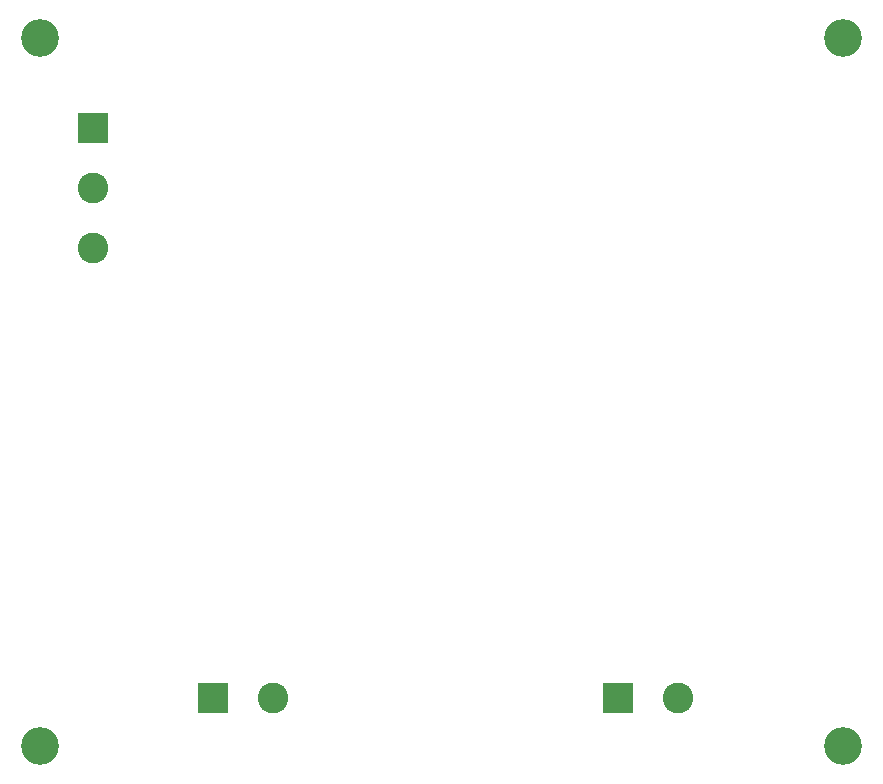
<source format=gbr>
%TF.GenerationSoftware,KiCad,Pcbnew,(5.1.8)-1*%
%TF.CreationDate,2021-06-13T11:57:16+02:00*%
%TF.ProjectId,Assignment3,41737369-676e-46d6-956e-74332e6b6963,rev?*%
%TF.SameCoordinates,Original*%
%TF.FileFunction,Soldermask,Bot*%
%TF.FilePolarity,Negative*%
%FSLAX46Y46*%
G04 Gerber Fmt 4.6, Leading zero omitted, Abs format (unit mm)*
G04 Created by KiCad (PCBNEW (5.1.8)-1) date 2021-06-13 11:57:16*
%MOMM*%
%LPD*%
G01*
G04 APERTURE LIST*
%ADD10C,2.600000*%
%ADD11R,2.600000X2.600000*%
%ADD12C,3.200000*%
G04 APERTURE END LIST*
D10*
%TO.C,Battery1*%
X132770000Y-97790000D03*
D11*
X127690000Y-97790000D03*
%TD*%
D12*
%TO.C,REF\u002A\u002A*%
X146740000Y-101910000D03*
%TD*%
%TO.C,REF\u002A\u002A*%
X78740000Y-101910000D03*
%TD*%
%TO.C,REF\u002A\u002A*%
X146740000Y-41910000D03*
%TD*%
%TO.C,REF\u002A\u002A*%
X78740000Y-41910000D03*
%TD*%
D11*
%TO.C,External_POT1*%
X83240000Y-49530000D03*
D10*
X83240000Y-54610000D03*
X83240000Y-59690000D03*
%TD*%
D11*
%TO.C,Motor1*%
X93400000Y-97790000D03*
D10*
X98480000Y-97790000D03*
%TD*%
M02*

</source>
